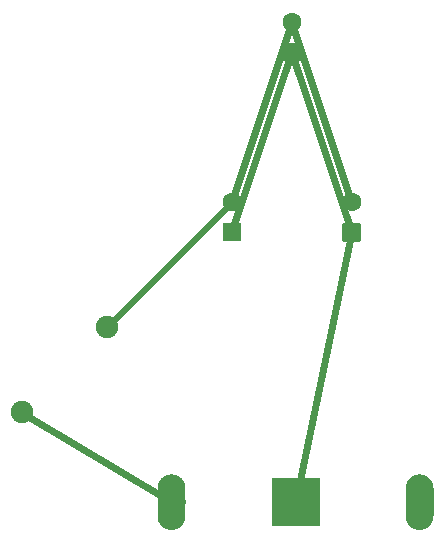
<source format=gtl>
G04 MADE WITH FRITZING*
G04 WWW.FRITZING.ORG*
G04 DOUBLE SIDED*
G04 HOLES PLATED*
G04 CONTOUR ON CENTER OF CONTOUR VECTOR*
%ASAXBY*%
%FSLAX23Y23*%
%MOIN*%
%OFA0B0*%
%SFA1.0B1.0*%
%ADD10C,0.062992*%
%ADD11C,0.075000*%
%ADD12C,0.093000*%
%ADD13R,0.062992X0.062992*%
%ADD14R,0.160000X0.160000*%
%ADD15C,0.024000*%
%ADD16C,0.015748*%
%ADD17R,0.001000X0.001000*%
%LNCOPPER1*%
G90*
G70*
G54D10*
X1461Y1540D03*
X1461Y1639D03*
X1859Y1540D03*
X1861Y1639D03*
X1661Y2140D03*
X1661Y2239D03*
G54D11*
X761Y939D03*
X1044Y1222D03*
G54D12*
X1261Y639D03*
X2087Y639D03*
X1261Y639D03*
X2087Y639D03*
X1261Y639D03*
X2087Y639D03*
G54D13*
X1461Y1540D03*
X1661Y2140D03*
G54D14*
X1674Y639D03*
G54D15*
X785Y924D02*
X1220Y663D01*
D02*
X1442Y1620D02*
X1064Y1242D01*
D02*
X1652Y2213D02*
X1469Y1664D01*
D02*
X1852Y1664D02*
X1669Y2213D01*
D02*
X1854Y1514D02*
X1689Y712D01*
D02*
X1851Y1566D02*
X1669Y2115D01*
D02*
X1469Y1566D02*
X1652Y2115D01*
G54D16*
X1883Y1564D02*
X1882Y1516D01*
X1835Y1517D01*
X1836Y1564D01*
X1883Y1564D01*
D02*
G54D17*
X1256Y732D02*
X1264Y732D01*
X2082Y732D02*
X2091Y732D01*
X1250Y731D02*
X1270Y731D01*
X2077Y731D02*
X2097Y731D01*
X1246Y730D02*
X1274Y730D01*
X2073Y730D02*
X2100Y730D01*
X1243Y729D02*
X1276Y729D01*
X2070Y729D02*
X2103Y729D01*
X1241Y728D02*
X1279Y728D01*
X2068Y728D02*
X2105Y728D01*
X1239Y727D02*
X1281Y727D01*
X2066Y727D02*
X2107Y727D01*
X1237Y726D02*
X1283Y726D01*
X2064Y726D02*
X2109Y726D01*
X1236Y725D02*
X1284Y725D01*
X2062Y725D02*
X2111Y725D01*
X1234Y724D02*
X1286Y724D01*
X2061Y724D02*
X2112Y724D01*
X1233Y723D02*
X1287Y723D01*
X2059Y723D02*
X2114Y723D01*
X1231Y722D02*
X1289Y722D01*
X2058Y722D02*
X2115Y722D01*
X1230Y721D02*
X1290Y721D01*
X2057Y721D02*
X2116Y721D01*
X1229Y720D02*
X1291Y720D01*
X2056Y720D02*
X2117Y720D01*
X1228Y719D02*
X1292Y719D01*
X2055Y719D02*
X2118Y719D01*
X1227Y718D02*
X1293Y718D01*
X2054Y718D02*
X2119Y718D01*
X1226Y717D02*
X1294Y717D01*
X2053Y717D02*
X2120Y717D01*
X1225Y716D02*
X1295Y716D01*
X2052Y716D02*
X2121Y716D01*
X1224Y715D02*
X1296Y715D01*
X2051Y715D02*
X2122Y715D01*
X1224Y714D02*
X1296Y714D01*
X2050Y714D02*
X2123Y714D01*
X1223Y713D02*
X1297Y713D01*
X2049Y713D02*
X2124Y713D01*
X1222Y712D02*
X1298Y712D01*
X2049Y712D02*
X2124Y712D01*
X1221Y711D02*
X1298Y711D01*
X2048Y711D02*
X2125Y711D01*
X1221Y710D02*
X1299Y710D01*
X2047Y710D02*
X2126Y710D01*
X1220Y709D02*
X1300Y709D01*
X2047Y709D02*
X2126Y709D01*
X1220Y708D02*
X1300Y708D01*
X2046Y708D02*
X2127Y708D01*
X1219Y707D02*
X1301Y707D01*
X2046Y707D02*
X2127Y707D01*
X1219Y706D02*
X1301Y706D01*
X2045Y706D02*
X2128Y706D01*
X1218Y705D02*
X1302Y705D01*
X2045Y705D02*
X2128Y705D01*
X1218Y704D02*
X1302Y704D01*
X2044Y704D02*
X2129Y704D01*
X1217Y703D02*
X1303Y703D01*
X2044Y703D02*
X2129Y703D01*
X1217Y702D02*
X1303Y702D01*
X2044Y702D02*
X2130Y702D01*
X1217Y701D02*
X1303Y701D01*
X2043Y701D02*
X2130Y701D01*
X1216Y700D02*
X1304Y700D01*
X2043Y700D02*
X2130Y700D01*
X1216Y699D02*
X1304Y699D01*
X2042Y699D02*
X2131Y699D01*
X1216Y698D02*
X1304Y698D01*
X2042Y698D02*
X2131Y698D01*
X1215Y697D02*
X1304Y697D01*
X2042Y697D02*
X2131Y697D01*
X1215Y696D02*
X1305Y696D01*
X2042Y696D02*
X2131Y696D01*
X1215Y695D02*
X1305Y695D01*
X2041Y695D02*
X2132Y695D01*
X1215Y694D02*
X1305Y694D01*
X2041Y694D02*
X2132Y694D01*
X1215Y693D02*
X1305Y693D01*
X2041Y693D02*
X2132Y693D01*
X1214Y692D02*
X1305Y692D01*
X2041Y692D02*
X2132Y692D01*
X1214Y691D02*
X1306Y691D01*
X2041Y691D02*
X2132Y691D01*
X1214Y690D02*
X1306Y690D01*
X2041Y690D02*
X2132Y690D01*
X1214Y689D02*
X1306Y689D01*
X2041Y689D02*
X2132Y689D01*
X1214Y688D02*
X1306Y688D01*
X2041Y688D02*
X2132Y688D01*
X1214Y687D02*
X1306Y687D01*
X2041Y687D02*
X2132Y687D01*
X1214Y686D02*
X1306Y686D01*
X2041Y686D02*
X2133Y686D01*
X1214Y685D02*
X1306Y685D01*
X2041Y685D02*
X2133Y685D01*
X1214Y684D02*
X1306Y684D01*
X2041Y684D02*
X2133Y684D01*
X1214Y683D02*
X1306Y683D01*
X2041Y683D02*
X2133Y683D01*
X1214Y682D02*
X1306Y682D01*
X2041Y682D02*
X2133Y682D01*
X1214Y681D02*
X1306Y681D01*
X2041Y681D02*
X2133Y681D01*
X1214Y680D02*
X1306Y680D01*
X2041Y680D02*
X2133Y680D01*
X1214Y679D02*
X1306Y679D01*
X2041Y679D02*
X2133Y679D01*
X1214Y678D02*
X1306Y678D01*
X2041Y678D02*
X2133Y678D01*
X1214Y677D02*
X1306Y677D01*
X2041Y677D02*
X2133Y677D01*
X1214Y676D02*
X1306Y676D01*
X2041Y676D02*
X2133Y676D01*
X1214Y675D02*
X1252Y675D01*
X1268Y675D02*
X1306Y675D01*
X2041Y675D02*
X2079Y675D01*
X2094Y675D02*
X2133Y675D01*
X1214Y674D02*
X1248Y674D01*
X1272Y674D02*
X1306Y674D01*
X2041Y674D02*
X2075Y674D01*
X2098Y674D02*
X2133Y674D01*
X1214Y673D02*
X1246Y673D01*
X1274Y673D02*
X1306Y673D01*
X2041Y673D02*
X2072Y673D01*
X2101Y673D02*
X2133Y673D01*
X1214Y672D02*
X1243Y672D01*
X1276Y672D02*
X1306Y672D01*
X2041Y672D02*
X2070Y672D01*
X2103Y672D02*
X2133Y672D01*
X1214Y671D02*
X1241Y671D01*
X1278Y671D02*
X1306Y671D01*
X2041Y671D02*
X2068Y671D01*
X2105Y671D02*
X2133Y671D01*
X1214Y670D02*
X1240Y670D01*
X1280Y670D02*
X1306Y670D01*
X2041Y670D02*
X2066Y670D01*
X2107Y670D02*
X2133Y670D01*
X1214Y669D02*
X1238Y669D01*
X1282Y669D02*
X1306Y669D01*
X2041Y669D02*
X2065Y669D01*
X2108Y669D02*
X2133Y669D01*
X1214Y668D02*
X1237Y668D01*
X1283Y668D02*
X1306Y668D01*
X2041Y668D02*
X2064Y668D01*
X2109Y668D02*
X2133Y668D01*
X1214Y667D02*
X1236Y667D01*
X1284Y667D02*
X1306Y667D01*
X2041Y667D02*
X2062Y667D01*
X2111Y667D02*
X2133Y667D01*
X1214Y666D02*
X1235Y666D01*
X1285Y666D02*
X1306Y666D01*
X2041Y666D02*
X2061Y666D01*
X2112Y666D02*
X2133Y666D01*
X1214Y665D02*
X1234Y665D01*
X1286Y665D02*
X1306Y665D01*
X2041Y665D02*
X2060Y665D01*
X2113Y665D02*
X2133Y665D01*
X1214Y664D02*
X1233Y664D01*
X1287Y664D02*
X1306Y664D01*
X2041Y664D02*
X2059Y664D01*
X2114Y664D02*
X2133Y664D01*
X1214Y663D02*
X1232Y663D01*
X1288Y663D02*
X1306Y663D01*
X2041Y663D02*
X2058Y663D01*
X2115Y663D02*
X2133Y663D01*
X1214Y662D02*
X1231Y662D01*
X1289Y662D02*
X1306Y662D01*
X2041Y662D02*
X2058Y662D01*
X2116Y662D02*
X2133Y662D01*
X1214Y661D02*
X1230Y661D01*
X1290Y661D02*
X1306Y661D01*
X2041Y661D02*
X2057Y661D01*
X2116Y661D02*
X2133Y661D01*
X1214Y660D02*
X1229Y660D01*
X1290Y660D02*
X1306Y660D01*
X2041Y660D02*
X2056Y660D01*
X2117Y660D02*
X2133Y660D01*
X1214Y659D02*
X1229Y659D01*
X1291Y659D02*
X1306Y659D01*
X2041Y659D02*
X2055Y659D01*
X2118Y659D02*
X2133Y659D01*
X1214Y658D02*
X1228Y658D01*
X1292Y658D02*
X1306Y658D01*
X2041Y658D02*
X2055Y658D01*
X2118Y658D02*
X2133Y658D01*
X1214Y657D02*
X1228Y657D01*
X1292Y657D02*
X1306Y657D01*
X2041Y657D02*
X2054Y657D01*
X2119Y657D02*
X2133Y657D01*
X1214Y656D02*
X1227Y656D01*
X1293Y656D02*
X1306Y656D01*
X2041Y656D02*
X2054Y656D01*
X2119Y656D02*
X2133Y656D01*
X1214Y655D02*
X1227Y655D01*
X1293Y655D02*
X1306Y655D01*
X2041Y655D02*
X2053Y655D01*
X2120Y655D02*
X2133Y655D01*
X1214Y654D02*
X1226Y654D01*
X1294Y654D02*
X1306Y654D01*
X2041Y654D02*
X2053Y654D01*
X2120Y654D02*
X2133Y654D01*
X1214Y653D02*
X1226Y653D01*
X1294Y653D02*
X1306Y653D01*
X2041Y653D02*
X2052Y653D01*
X2121Y653D02*
X2133Y653D01*
X1214Y652D02*
X1225Y652D01*
X1295Y652D02*
X1306Y652D01*
X2041Y652D02*
X2052Y652D01*
X2121Y652D02*
X2133Y652D01*
X1214Y651D02*
X1225Y651D01*
X1295Y651D02*
X1306Y651D01*
X2041Y651D02*
X2052Y651D01*
X2122Y651D02*
X2133Y651D01*
X1214Y650D02*
X1225Y650D01*
X1295Y650D02*
X1306Y650D01*
X2041Y650D02*
X2051Y650D01*
X2122Y650D02*
X2133Y650D01*
X1214Y649D02*
X1224Y649D01*
X1296Y649D02*
X1306Y649D01*
X2041Y649D02*
X2051Y649D01*
X2122Y649D02*
X2133Y649D01*
X1214Y648D02*
X1224Y648D01*
X1296Y648D02*
X1306Y648D01*
X2041Y648D02*
X2051Y648D01*
X2122Y648D02*
X2133Y648D01*
X1214Y647D02*
X1224Y647D01*
X1296Y647D02*
X1306Y647D01*
X2041Y647D02*
X2050Y647D01*
X2123Y647D02*
X2133Y647D01*
X1214Y646D02*
X1224Y646D01*
X1296Y646D02*
X1306Y646D01*
X2041Y646D02*
X2050Y646D01*
X2123Y646D02*
X2133Y646D01*
X1214Y645D02*
X1223Y645D01*
X1296Y645D02*
X1306Y645D01*
X2041Y645D02*
X2050Y645D01*
X2123Y645D02*
X2133Y645D01*
X1214Y644D02*
X1223Y644D01*
X1297Y644D02*
X1306Y644D01*
X2041Y644D02*
X2050Y644D01*
X2123Y644D02*
X2133Y644D01*
X1214Y643D02*
X1223Y643D01*
X1297Y643D02*
X1306Y643D01*
X2041Y643D02*
X2050Y643D01*
X2123Y643D02*
X2133Y643D01*
X1214Y642D02*
X1223Y642D01*
X1297Y642D02*
X1306Y642D01*
X2041Y642D02*
X2050Y642D01*
X2123Y642D02*
X2133Y642D01*
X1214Y641D02*
X1223Y641D01*
X1297Y641D02*
X1306Y641D01*
X2041Y641D02*
X2050Y641D01*
X2123Y641D02*
X2133Y641D01*
X1214Y640D02*
X1223Y640D01*
X1297Y640D02*
X1306Y640D01*
X2041Y640D02*
X2050Y640D01*
X2123Y640D02*
X2133Y640D01*
X1214Y639D02*
X1223Y639D01*
X1297Y639D02*
X1306Y639D01*
X2041Y639D02*
X2050Y639D01*
X2123Y639D02*
X2133Y639D01*
X1214Y638D02*
X1223Y638D01*
X1297Y638D02*
X1306Y638D01*
X2041Y638D02*
X2050Y638D01*
X2123Y638D02*
X2133Y638D01*
X1214Y637D02*
X1223Y637D01*
X1297Y637D02*
X1306Y637D01*
X2041Y637D02*
X2050Y637D01*
X2123Y637D02*
X2133Y637D01*
X1214Y636D02*
X1223Y636D01*
X1297Y636D02*
X1306Y636D01*
X2041Y636D02*
X2050Y636D01*
X2123Y636D02*
X2133Y636D01*
X1214Y635D02*
X1223Y635D01*
X1297Y635D02*
X1306Y635D01*
X2041Y635D02*
X2050Y635D01*
X2123Y635D02*
X2133Y635D01*
X1214Y634D02*
X1223Y634D01*
X1296Y634D02*
X1306Y634D01*
X2041Y634D02*
X2050Y634D01*
X2123Y634D02*
X2133Y634D01*
X1214Y633D02*
X1224Y633D01*
X1296Y633D02*
X1306Y633D01*
X2041Y633D02*
X2050Y633D01*
X2123Y633D02*
X2133Y633D01*
X1214Y632D02*
X1224Y632D01*
X1296Y632D02*
X1306Y632D01*
X2041Y632D02*
X2050Y632D01*
X2123Y632D02*
X2133Y632D01*
X1214Y631D02*
X1224Y631D01*
X1296Y631D02*
X1306Y631D01*
X2041Y631D02*
X2051Y631D01*
X2123Y631D02*
X2133Y631D01*
X1214Y630D02*
X1224Y630D01*
X1296Y630D02*
X1306Y630D01*
X2041Y630D02*
X2051Y630D01*
X2122Y630D02*
X2133Y630D01*
X1214Y629D02*
X1224Y629D01*
X1295Y629D02*
X1306Y629D01*
X2041Y629D02*
X2051Y629D01*
X2122Y629D02*
X2133Y629D01*
X1214Y628D02*
X1225Y628D01*
X1295Y628D02*
X1306Y628D01*
X2041Y628D02*
X2051Y628D01*
X2122Y628D02*
X2133Y628D01*
X1214Y627D02*
X1225Y627D01*
X1295Y627D02*
X1306Y627D01*
X2041Y627D02*
X2052Y627D01*
X2121Y627D02*
X2133Y627D01*
X1214Y626D02*
X1225Y626D01*
X1294Y626D02*
X1306Y626D01*
X2041Y626D02*
X2052Y626D01*
X2121Y626D02*
X2133Y626D01*
X1214Y625D02*
X1226Y625D01*
X1294Y625D02*
X1306Y625D01*
X2041Y625D02*
X2052Y625D01*
X2121Y625D02*
X2133Y625D01*
X1214Y624D02*
X1226Y624D01*
X1294Y624D02*
X1306Y624D01*
X2041Y624D02*
X2053Y624D01*
X2120Y624D02*
X2133Y624D01*
X1214Y623D02*
X1227Y623D01*
X1293Y623D02*
X1306Y623D01*
X2041Y623D02*
X2053Y623D01*
X2120Y623D02*
X2133Y623D01*
X1214Y622D02*
X1227Y622D01*
X1293Y622D02*
X1306Y622D01*
X2041Y622D02*
X2054Y622D01*
X2119Y622D02*
X2133Y622D01*
X1214Y621D02*
X1228Y621D01*
X1292Y621D02*
X1306Y621D01*
X2041Y621D02*
X2054Y621D01*
X2119Y621D02*
X2133Y621D01*
X1214Y620D02*
X1228Y620D01*
X1291Y620D02*
X1306Y620D01*
X2041Y620D02*
X2055Y620D01*
X2118Y620D02*
X2133Y620D01*
X1214Y619D02*
X1229Y619D01*
X1291Y619D02*
X1306Y619D01*
X2041Y619D02*
X2056Y619D01*
X2117Y619D02*
X2133Y619D01*
X1214Y618D02*
X1230Y618D01*
X1290Y618D02*
X1306Y618D01*
X2041Y618D02*
X2056Y618D01*
X2117Y618D02*
X2133Y618D01*
X1214Y617D02*
X1231Y617D01*
X1289Y617D02*
X1306Y617D01*
X2041Y617D02*
X2057Y617D01*
X2116Y617D02*
X2133Y617D01*
X1214Y616D02*
X1231Y616D01*
X1289Y616D02*
X1306Y616D01*
X2041Y616D02*
X2058Y616D01*
X2115Y616D02*
X2133Y616D01*
X1214Y615D02*
X1232Y615D01*
X1288Y615D02*
X1306Y615D01*
X2041Y615D02*
X2059Y615D01*
X2114Y615D02*
X2133Y615D01*
X1214Y614D02*
X1233Y614D01*
X1287Y614D02*
X1306Y614D01*
X2041Y614D02*
X2060Y614D01*
X2113Y614D02*
X2133Y614D01*
X1214Y613D02*
X1234Y613D01*
X1286Y613D02*
X1306Y613D01*
X2041Y613D02*
X2061Y613D01*
X2112Y613D02*
X2133Y613D01*
X1214Y612D02*
X1235Y612D01*
X1285Y612D02*
X1306Y612D01*
X2041Y612D02*
X2062Y612D01*
X2111Y612D02*
X2133Y612D01*
X1214Y611D02*
X1236Y611D01*
X1284Y611D02*
X1306Y611D01*
X2041Y611D02*
X2063Y611D01*
X2110Y611D02*
X2133Y611D01*
X1214Y610D02*
X1238Y610D01*
X1282Y610D02*
X1306Y610D01*
X2041Y610D02*
X2064Y610D01*
X2109Y610D02*
X2133Y610D01*
X1214Y609D02*
X1239Y609D01*
X1281Y609D02*
X1306Y609D01*
X2041Y609D02*
X2066Y609D01*
X2107Y609D02*
X2133Y609D01*
X1214Y608D02*
X1241Y608D01*
X1279Y608D02*
X1306Y608D01*
X2041Y608D02*
X2067Y608D01*
X2106Y608D02*
X2133Y608D01*
X1214Y607D02*
X1242Y607D01*
X1277Y607D02*
X1306Y607D01*
X2041Y607D02*
X2069Y607D01*
X2104Y607D02*
X2133Y607D01*
X1214Y606D02*
X1244Y606D01*
X1275Y606D02*
X1306Y606D01*
X2041Y606D02*
X2071Y606D01*
X2102Y606D02*
X2133Y606D01*
X1214Y605D02*
X1247Y605D01*
X1273Y605D02*
X1306Y605D01*
X2041Y605D02*
X2074Y605D01*
X2100Y605D02*
X2133Y605D01*
X1214Y604D02*
X1250Y604D01*
X1270Y604D02*
X1306Y604D01*
X2041Y604D02*
X2077Y604D01*
X2096Y604D02*
X2133Y604D01*
X1214Y603D02*
X1255Y603D01*
X1265Y603D02*
X1306Y603D01*
X2041Y603D02*
X2082Y603D01*
X2091Y603D02*
X2133Y603D01*
X1214Y602D02*
X1306Y602D01*
X2041Y602D02*
X2133Y602D01*
X1214Y601D02*
X1306Y601D01*
X2041Y601D02*
X2133Y601D01*
X1214Y600D02*
X1306Y600D01*
X2041Y600D02*
X2133Y600D01*
X1214Y599D02*
X1306Y599D01*
X2041Y599D02*
X2133Y599D01*
X1214Y598D02*
X1306Y598D01*
X2041Y598D02*
X2133Y598D01*
X1214Y597D02*
X1306Y597D01*
X2041Y597D02*
X2133Y597D01*
X1214Y596D02*
X1306Y596D01*
X2041Y596D02*
X2133Y596D01*
X1214Y595D02*
X1306Y595D01*
X2041Y595D02*
X2133Y595D01*
X1214Y594D02*
X1306Y594D01*
X2041Y594D02*
X2133Y594D01*
X1214Y593D02*
X1306Y593D01*
X2041Y593D02*
X2133Y593D01*
X1214Y592D02*
X1306Y592D01*
X2041Y592D02*
X2132Y592D01*
X1214Y591D02*
X1306Y591D01*
X2041Y591D02*
X2132Y591D01*
X1214Y590D02*
X1306Y590D01*
X2041Y590D02*
X2132Y590D01*
X1214Y589D02*
X1306Y589D01*
X2041Y589D02*
X2132Y589D01*
X1214Y588D02*
X1306Y588D01*
X2041Y588D02*
X2132Y588D01*
X1214Y587D02*
X1306Y587D01*
X2041Y587D02*
X2132Y587D01*
X1214Y586D02*
X1305Y586D01*
X2041Y586D02*
X2132Y586D01*
X1215Y585D02*
X1305Y585D01*
X2041Y585D02*
X2132Y585D01*
X1215Y584D02*
X1305Y584D01*
X2041Y584D02*
X2132Y584D01*
X1215Y583D02*
X1305Y583D01*
X2042Y583D02*
X2131Y583D01*
X1215Y582D02*
X1305Y582D01*
X2042Y582D02*
X2131Y582D01*
X1215Y581D02*
X1304Y581D01*
X2042Y581D02*
X2131Y581D01*
X1216Y580D02*
X1304Y580D01*
X2042Y580D02*
X2131Y580D01*
X1216Y579D02*
X1304Y579D01*
X2043Y579D02*
X2130Y579D01*
X1216Y578D02*
X1303Y578D01*
X2043Y578D02*
X2130Y578D01*
X1217Y577D02*
X1303Y577D01*
X2043Y577D02*
X2130Y577D01*
X1217Y576D02*
X1303Y576D01*
X2044Y576D02*
X2129Y576D01*
X1217Y575D02*
X1302Y575D01*
X2044Y575D02*
X2129Y575D01*
X1218Y574D02*
X1302Y574D01*
X2045Y574D02*
X2129Y574D01*
X1218Y573D02*
X1301Y573D01*
X2045Y573D02*
X2128Y573D01*
X1219Y572D02*
X1301Y572D01*
X2045Y572D02*
X2128Y572D01*
X1219Y571D02*
X1301Y571D01*
X2046Y571D02*
X2127Y571D01*
X1220Y570D02*
X1300Y570D01*
X2047Y570D02*
X2127Y570D01*
X1221Y569D02*
X1299Y569D01*
X2047Y569D02*
X2126Y569D01*
X1221Y568D02*
X1299Y568D01*
X2048Y568D02*
X2125Y568D01*
X1222Y567D02*
X1298Y567D01*
X2048Y567D02*
X2125Y567D01*
X1222Y566D02*
X1297Y566D01*
X2049Y566D02*
X2124Y566D01*
X1223Y565D02*
X1297Y565D01*
X2050Y565D02*
X2123Y565D01*
X1224Y564D02*
X1296Y564D01*
X2051Y564D02*
X2123Y564D01*
X1225Y563D02*
X1295Y563D01*
X2051Y563D02*
X2122Y563D01*
X1226Y562D02*
X1294Y562D01*
X2052Y562D02*
X2121Y562D01*
X1227Y561D02*
X1293Y561D01*
X2053Y561D02*
X2120Y561D01*
X1227Y560D02*
X1292Y560D01*
X2054Y560D02*
X2119Y560D01*
X1229Y559D02*
X1291Y559D01*
X2055Y559D02*
X2118Y559D01*
X1230Y558D02*
X1290Y558D01*
X2056Y558D02*
X2117Y558D01*
X1231Y557D02*
X1289Y557D01*
X2057Y557D02*
X2116Y557D01*
X1232Y556D02*
X1288Y556D01*
X2059Y556D02*
X2114Y556D01*
X1233Y555D02*
X1287Y555D01*
X2060Y555D02*
X2113Y555D01*
X1235Y554D02*
X1285Y554D01*
X2061Y554D02*
X2112Y554D01*
X1236Y553D02*
X1283Y553D01*
X2063Y553D02*
X2110Y553D01*
X1238Y552D02*
X1282Y552D01*
X2065Y552D02*
X2108Y552D01*
X1240Y551D02*
X1280Y551D01*
X2067Y551D02*
X2106Y551D01*
X1242Y550D02*
X1278Y550D01*
X2069Y550D02*
X2104Y550D01*
X1245Y549D02*
X1275Y549D01*
X2071Y549D02*
X2102Y549D01*
X1248Y548D02*
X1272Y548D01*
X2075Y548D02*
X2099Y548D01*
X1252Y547D02*
X1267Y547D01*
X2079Y547D02*
X2094Y547D01*
D02*
G04 End of Copper1*
M02*
</source>
